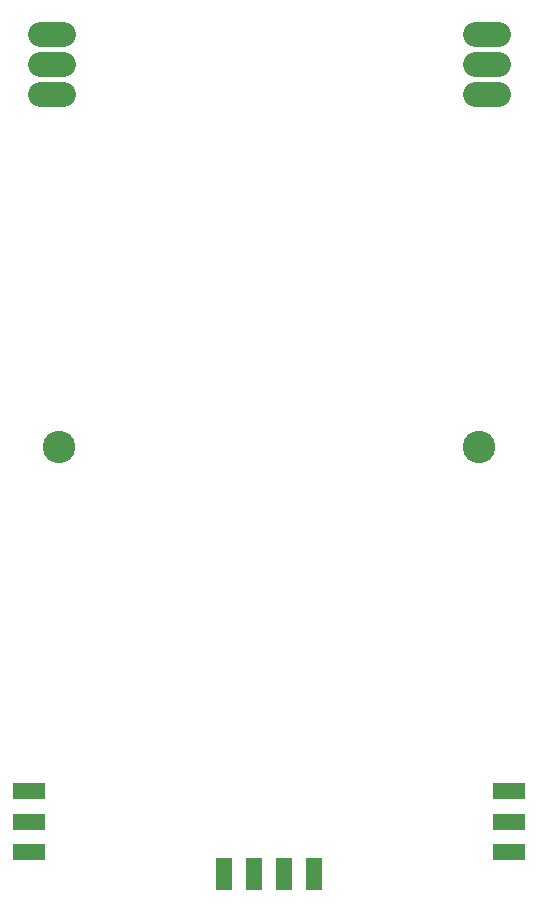
<source format=gbs>
G75*
%MOIN*%
%OFA0B0*%
%FSLAX25Y25*%
%IPPOS*%
%LPD*%
%AMOC8*
5,1,8,0,0,1.08239X$1,22.5*
%
%ADD10C,0.10800*%
%ADD11C,0.08200*%
%ADD12R,0.10800X0.05800*%
%ADD13R,0.05800X0.10800*%
D10*
X0036600Y0171600D03*
X0176600Y0171600D03*
D11*
X0175400Y0289100D02*
X0182800Y0289100D01*
X0182800Y0299100D02*
X0175400Y0299100D01*
X0175400Y0309100D02*
X0182800Y0309100D01*
X0037800Y0309100D02*
X0030400Y0309100D01*
X0030400Y0299100D02*
X0037800Y0299100D01*
X0037800Y0289100D02*
X0030400Y0289100D01*
D12*
X0026600Y0036350D03*
X0026600Y0046600D03*
X0026600Y0056850D03*
X0186600Y0056850D03*
X0186600Y0046600D03*
X0186600Y0036350D03*
D13*
X0121600Y0029100D03*
X0111600Y0029100D03*
X0101600Y0029100D03*
X0091600Y0029100D03*
M02*

</source>
